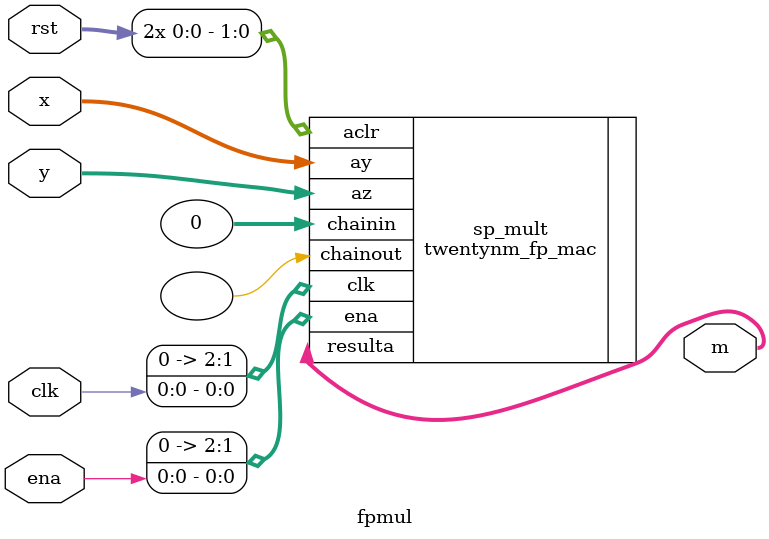
<source format=v>
module fpmul
#(parameter DW = 32   , // datawidth
  parameter RI = 0    , // register inputs
  parameter RP = 1    , // register pipeline
  parameter RO = 1      // register output
)(
  input           clk,  // global clock
  input           ena,  // registers enable
  input           rst,  // async reset
  input  [DW-1:0] x  ,  // input x
  input  [DW-1:0] y  ,  // input y
  output [DW-1:0] m     // multiplication x*y
);

twentynm_fp_mac  #(
  .ax_clock("NONE"),
  .ay_clock(RI?"0":"NONE"),
  .az_clock(RI?"0":"NONE"),
  .output_clock(RO?"0":"NONE"),
  .accumulate_clock("NONE"),
  .ax_chainin_pl_clock("NONE"),
  .accum_pipeline_clock("NONE"),
  .mult_pipeline_clock(RP?"0":"NONE"),
  .adder_input_clock("0"),
  .accum_adder_clock("NONE"),
  .use_chainin("false"),
  .operation_mode("sp_mult"),
  .adder_subtract("false")
) sp_mult (
  .clk({1'b0,1'b0,clk}),
  .ena({1'b0,1'b0,ena}),
  .aclr({rst,rst}),
  .ay(x),
  .az(y),
  .chainin(32'b0),
  .resulta(m),
  .chainout()
);

endmodule

</source>
